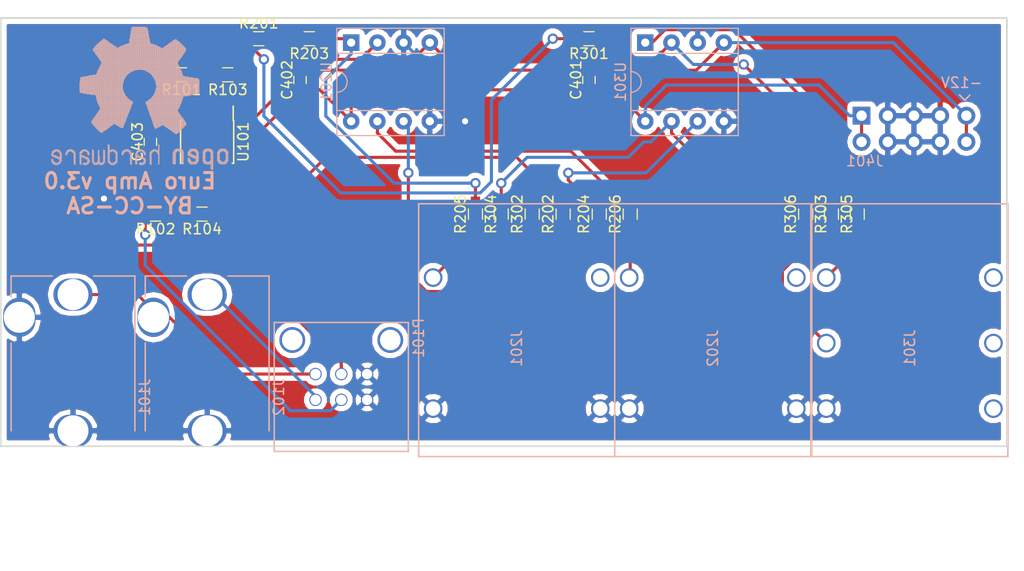
<source format=kicad_pcb>
(kicad_pcb (version 20171130) (host pcbnew "(5.1.12)-1")
  (title_block (title "Eurorack Headphones") (rev 2.0))
  (layers (0 F.Cu signal) (31 B.Cu signal) (34 B.Paste user hide) (35 F.Paste user hide) (36 B.SilkS user) (37 F.SilkS user) (38 B.Mask user) (39 F.Mask user) (44 Edge.Cuts user))
  (net 0 "")
  (net 1 +12V)
  (net 2 -12V)
  (net 3 GND)
  (net 4 "Net-(J101-Pad1)")
  (net 5 "Net-(J102-Pad1)")
  (net 6 "Net-(J301-Pad5)")
  (net 7 "Net-(J301-Pad4)")
  (net 8 "Net-(J301-Pad3)")
  (net 9 "Net-(J301-Pad6)")
  (net 10 "Net-(P101-Pad2)")
  (net 11 "Net-(P101-Pad5)")
  (net 12 "Net-(R101-Pad1)")
  (net 13 "Net-(R102-Pad1)")
  (net 14 /Left)
  (net 15 /Right)
  (net 16 "Net-(R201-Pad1)")
  (net 17 "Net-(R202-Pad1)")
  (net 18 "Net-(R203-Pad1)")
  (net 19 "Net-(R204-Pad1)")
  (net 20 "Net-(J201-Pad1)")
  (net 21 "Net-(J202-Pad1)")
  (net 22 "Net-(R301-Pad1)")
  (net 23 "Net-(R302-Pad1)")
  (net 24 "Net-(R303-Pad1)")
  (net 25 "Net-(R304-Pad1)")
  (net 26 "Net-(J201-Pad2)")
  (net 27 "Net-(J202-Pad2)")
  (net 28 "Net-(J301-Pad2)")
  (module Russell:Neutrick_NMJ4HFD2 (layer B.Cu) (at 192.6 75 270)
    (fp_text reference J301 (at 0.5 0 270) (layer B.SilkS) (effects (justify mirror)))
    (fp_text value JACK_TRS_6PINS hide)
    (pad 5 thru_hole circle (at -6.35 -8.1 270) (size 1.8 1.8) (drill 1.4) (layers *.Cu *.Mask) (net 6 "Net-(J301-Pad5)"))
    (pad 2 thru_hole circle (at -6.35 8.1 270) (size 1.8 1.8) (drill 1.4) (layers *.Cu *.Mask) (net 28 "Net-(J301-Pad2)"))
    (pad 4 thru_hole circle (at 6.35 -8.1 270) (size 1.8 1.8) (drill 1.4) (layers *.Cu *.Mask) (net 7 "Net-(J301-Pad4)"))
    (pad 1 thru_hole circle (at 6.35 8.1 270) (size 1.8 1.8) (drill 1.4) (layers *.Cu *.Mask) (net 3 GND))
    (pad 3 thru_hole circle (at 0 8.1 270) (size 1.8 1.8) (drill 1.4) (layers *.Cu *.Mask) (net 8 "Net-(J301-Pad3)"))
    (pad 6 thru_hole circle (at 0 -8.1 270) (size 1.8 1.8) (drill 1.4) (layers *.Cu *.Mask) (net 9 "Net-(J301-Pad6)"))
  )
  (module Capacitors_SMD:C_0603_HandSoldering (layer F.Cu) (at 161.5 49.5 90)
    (fp_text reference C401 (at 0 -1.25 90) (layer F.SilkS))
    (fp_text value 0.1uF)
    (pad 1 smd rect (at -0.95 0 90) (size 1.2 0.75) (layers F.Cu F.Paste F.Mask) (net 1 +12V))
    (pad 2 smd rect (at 0.95 0 90) (size 1.2 0.75) (layers F.Cu F.Paste F.Mask) (net 2 -12V))
  )
  (module Capacitors_SMD:C_0603_HandSoldering (layer F.Cu) (at 133.5 49.5 90)
    (fp_text reference C402 (at 0 -1.25 90) (layer F.SilkS))
    (fp_text value 0.1uF)
    (pad 1 smd rect (at -0.95 0 90) (size 1.2 0.75) (layers F.Cu F.Paste F.Mask) (net 1 +12V))
    (pad 2 smd rect (at 0.95 0 90) (size 1.2 0.75) (layers F.Cu F.Paste F.Mask) (net 2 -12V))
  )
  (module Capacitors_SMD:C_0603_HandSoldering (layer F.Cu) (at 119 55.5 90)
    (fp_text reference C403 (at 0 -1.25 90) (layer F.SilkS))
    (fp_text value 0.1uF)
    (pad 1 smd rect (at -0.95 0 90) (size 1.2 0.75) (layers F.Cu F.Paste F.Mask) (net 1 +12V))
    (pad 2 smd rect (at 0.95 0 90) (size 1.2 0.75) (layers F.Cu F.Paste F.Mask) (net 2 -12V))
  )
  (module Russell:Neutrick_NMJ4HHD2 (layer B.Cu) (at 154.5 75 270)
    (fp_text reference J201 (at 0.5 0 270) (layer B.SilkS) (effects (justify mirror)))
    (fp_text value JACK_2P hide)
    (pad 2 thru_hole circle (at -6.35 -8.1 270) (size 1.8 1.8) (drill 1.4) (layers *.Cu *.Mask) (net 26 "Net-(J201-Pad2)"))
    (pad 1 thru_hole circle (at -6.35 8.1 270) (size 1.8 1.8) (drill 1.4) (layers *.Cu *.Mask) (net 20 "Net-(J201-Pad1)"))
    (pad 3 thru_hole circle (at 6.35 -8.1 270) (size 1.8 1.8) (drill 1.4) (layers *.Cu *.Mask) (net 3 GND))
    (pad 3 thru_hole circle (at 6.35 8.1 270) (size 1.8 1.8) (drill 1.4) (layers *.Cu *.Mask) (net 3 GND))
  )
  (module Russell:Neutrick_NMJ4HHD2 (layer B.Cu) (at 173.5 75 270)
    (fp_text reference J202 (at 0.5 0 270) (layer B.SilkS) (effects (justify mirror)))
    (fp_text value JACK_2P hide)
    (pad 2 thru_hole circle (at -6.35 -8.1 270) (size 1.8 1.8) (drill 1.4) (layers *.Cu *.Mask) (net 27 "Net-(J202-Pad2)"))
    (pad 1 thru_hole circle (at -6.35 8.1 270) (size 1.8 1.8) (drill 1.4) (layers *.Cu *.Mask) (net 21 "Net-(J202-Pad1)"))
    (pad 3 thru_hole circle (at 6.35 -8.1 270) (size 1.8 1.8) (drill 1.4) (layers *.Cu *.Mask) (net 3 GND))
    (pad 3 thru_hole circle (at 6.35 8.1 270) (size 1.8 1.8) (drill 1.4) (layers *.Cu *.Mask) (net 3 GND))
  )
  (module eurorack:EurorackPower10 (layer B.Cu) (at 187.92 52.96)
    (fp_text reference J401 (at 0.3 4.4) (layer B.SilkS) (effects (justify mirror)))
    (fp_text value EurorackPower hide)
    (fp_text user -12V (at 9.7 -3.2) (layer B.SilkS) (effects (justify mirror)))
    (pad 1 thru_hole rect (at 0 0) (size 1.7272 1.7272) (drill 1.016) (layers *.Cu *.Mask) (net 1 +12V))
    (pad 1 thru_hole oval (at 0 2.54) (size 1.7272 1.7272) (drill 1.016) (layers *.Cu *.Mask) (net 1 +12V))
    (pad 2 thru_hole oval (at 2.54 0) (size 1.7272 1.7272) (drill 1.016) (layers *.Cu *.Mask) (net 3 GND))
    (pad 2 thru_hole oval (at 2.54 2.54) (size 1.7272 1.7272) (drill 1.016) (layers *.Cu *.Mask) (net 3 GND))
    (pad 2 thru_hole oval (at 5.08 0) (size 1.7272 1.7272) (drill 1.016) (layers *.Cu *.Mask) (net 3 GND))
    (pad 2 thru_hole oval (at 5.08 2.54) (size 1.7272 1.7272) (drill 1.016) (layers *.Cu *.Mask) (net 3 GND))
    (pad 2 thru_hole oval (at 7.62 0) (size 1.7272 1.7272) (drill 1.016) (layers *.Cu *.Mask) (net 3 GND))
    (pad 2 thru_hole oval (at 7.62 2.54) (size 1.7272 1.7272) (drill 1.016) (layers *.Cu *.Mask) (net 3 GND))
    (pad 3 thru_hole oval (at 10.16 0) (size 1.7272 1.7272) (drill 1.016) (layers *.Cu *.Mask) (net 2 -12V))
    (pad 3 thru_hole oval (at 10.16 2.54) (size 1.7272 1.7272) (drill 1.016) (layers *.Cu *.Mask) (net 2 -12V))
  )
  (module Russell:ALPS_RK09_Horizontal (layer B.Cu) (at 137.5 78 270)
    (fp_text reference P101 (at -3.5 -7.5 270) (layer B.SilkS) (effects (justify mirror)))
    (fp_text value "POT_Dual 50k")
    (pad "" thru_hole circle (at -3.3 4.75 270) (size 2.5 2.5) (drill 2) (layers *.Cu *.Mask))
    (pad "" thru_hole circle (at -3.3 -4.75 270) (size 2.5 2.5) (drill 2) (layers *.Cu *.Mask))
    (pad 2 thru_hole circle (at 0 0 270) (size 1.2 1.2) (drill 1) (layers *.Cu *.Mask) (net 10 "Net-(P101-Pad2)"))
    (pad 1 thru_hole circle (at 0 2.5 270) (size 1.2 1.2) (drill 1) (layers *.Cu *.Mask) (net 4 "Net-(J101-Pad1)"))
    (pad 4 thru_hole circle (at 2.5 2.5 270) (size 1.2 1.2) (drill 1) (layers *.Cu *.Mask) (net 5 "Net-(J102-Pad1)"))
    (pad 5 thru_hole circle (at 2.5 0 270) (size 1.2 1.2) (drill 1) (layers *.Cu *.Mask) (net 11 "Net-(P101-Pad5)"))
    (pad 6 thru_hole circle (at 2.5 -2.5 270) (size 1.2 1.2) (drill 1) (layers *.Cu *.Mask) (net 3 GND))
    (pad 3 thru_hole circle (at 0 -2.5 270) (size 1.2 1.2) (drill 1) (layers *.Cu *.Mask) (net 3 GND))
  )
  (module Resistors_SMD:R_0603_HandSoldering (layer F.Cu) (at 122 49 180)
    (fp_text reference R101 (at 0 -1.45 180) (layer F.SilkS))
    (fp_text value 200k)
    (pad 1 smd rect (at -1.1 0 180) (size 1.2 0.9) (layers F.Cu F.Paste F.Mask) (net 12 "Net-(R101-Pad1)"))
    (pad 2 smd rect (at 1.1 0 180) (size 1.2 0.9) (layers F.Cu F.Paste F.Mask) (net 10 "Net-(P101-Pad2)"))
  )
  (module Resistors_SMD:R_0603_HandSoldering (layer F.Cu) (at 119.5 62.5 180)
    (fp_text reference R102 (at 0 -1.45 180) (layer F.SilkS))
    (fp_text value 200k hide)
    (pad 1 smd rect (at -1.1 0 180) (size 1.2 0.9) (layers F.Cu F.Paste F.Mask) (net 13 "Net-(R102-Pad1)"))
    (pad 2 smd rect (at 1.1 0 180) (size 1.2 0.9) (layers F.Cu F.Paste F.Mask) (net 11 "Net-(P101-Pad5)"))
  )
  (module Resistors_SMD:R_0603_HandSoldering (layer F.Cu) (at 126.5 49 180)
    (fp_text reference R103 (at 0 -1.45 180) (layer F.SilkS))
    (fp_text value 100k)
    (pad 1 smd rect (at -1.1 0 180) (size 1.2 0.9) (layers F.Cu F.Paste F.Mask) (net 14 /Left))
    (pad 2 smd rect (at 1.1 0 180) (size 1.2 0.9) (layers F.Cu F.Paste F.Mask) (net 12 "Net-(R101-Pad1)"))
  )
  (module Resistors_SMD:R_0603_HandSoldering (layer F.Cu) (at 124 62.5 180)
    (fp_text reference R104 (at 0 -1.45 180) (layer F.SilkS))
    (fp_text value 100k)
    (pad 1 smd rect (at -1.1 0 180) (size 1.2 0.9) (layers F.Cu F.Paste F.Mask) (net 15 /Right))
    (pad 2 smd rect (at 1.1 0 180) (size 1.2 0.9) (layers F.Cu F.Paste F.Mask) (net 13 "Net-(R102-Pad1)"))
  )
  (module Resistors_SMD:R_0603_HandSoldering (layer F.Cu) (at 129.5 45.5 180)
    (fp_text reference R201 (at 0 1.5 180) (layer F.SilkS))
    (fp_text value 100k)
    (pad 1 smd rect (at -1.1 0 180) (size 1.2 0.9) (layers F.Cu F.Paste F.Mask) (net 16 "Net-(R201-Pad1)"))
    (pad 2 smd rect (at 1.1 0 180) (size 1.2 0.9) (layers F.Cu F.Paste F.Mask) (net 14 /Left))
  )
  (module Resistors_SMD:R_0603_HandSoldering (layer F.Cu) (at 159 62.5 90)
    (fp_text reference R202 (at 0 -1.45 90) (layer F.SilkS))
    (fp_text value 100k)
    (pad 1 smd rect (at -1.1 0 90) (size 1.2 0.9) (layers F.Cu F.Paste F.Mask) (net 17 "Net-(R202-Pad1)"))
    (pad 2 smd rect (at 1.1 0 90) (size 1.2 0.9) (layers F.Cu F.Paste F.Mask) (net 15 /Right))
  )
  (module Resistors_SMD:R_0603_HandSoldering (layer F.Cu) (at 134.4 45.5 180)
    (fp_text reference R203 (at 0 -1.45 180) (layer F.SilkS))
    (fp_text value 100k)
    (pad 1 smd rect (at -1.1 0 180) (size 1.2 0.9) (layers F.Cu F.Paste F.Mask) (net 18 "Net-(R203-Pad1)"))
    (pad 2 smd rect (at 1.1 0 180) (size 1.2 0.9) (layers F.Cu F.Paste F.Mask) (net 16 "Net-(R201-Pad1)"))
  )
  (module Resistors_SMD:R_0603_HandSoldering (layer F.Cu) (at 162.5 62.5 270)
    (fp_text reference R204 (at 0 1.5 270) (layer F.SilkS))
    (fp_text value 100k)
    (pad 1 smd rect (at -1.1 0 270) (size 1.2 0.9) (layers F.Cu F.Paste F.Mask) (net 19 "Net-(R204-Pad1)"))
    (pad 2 smd rect (at 1.1 0 270) (size 1.2 0.9) (layers F.Cu F.Paste F.Mask) (net 17 "Net-(R202-Pad1)"))
  )
  (module Resistors_SMD:R_0603_HandSoldering (layer F.Cu) (at 150.5 62.5 90)
    (fp_text reference R205 (at 0 -1.45 90) (layer F.SilkS))
    (fp_text value 1k)
    (pad 1 smd rect (at -1.1 0 90) (size 1.2 0.9) (layers F.Cu F.Paste F.Mask) (net 20 "Net-(J201-Pad1)"))
    (pad 2 smd rect (at 1.1 0 90) (size 1.2 0.9) (layers F.Cu F.Paste F.Mask) (net 18 "Net-(R203-Pad1)"))
  )
  (module Resistors_SMD:R_0603_HandSoldering (layer F.Cu) (at 165.5 62.5 90)
    (fp_text reference R206 (at 0 -1.45 90) (layer F.SilkS))
    (fp_text value 1k)
    (pad 1 smd rect (at -1.1 0 90) (size 1.2 0.9) (layers F.Cu F.Paste F.Mask) (net 21 "Net-(J202-Pad1)"))
    (pad 2 smd rect (at 1.1 0 90) (size 1.2 0.9) (layers F.Cu F.Paste F.Mask) (net 19 "Net-(R204-Pad1)"))
  )
  (module Resistors_SMD:R_0603_HandSoldering (layer F.Cu) (at 161.5 45.5 180)
    (fp_text reference R301 (at 0 -1.45 180) (layer F.SilkS))
    (fp_text value 200k)
    (pad 1 smd rect (at -1.1 0 180) (size 1.2 0.9) (layers F.Cu F.Paste F.Mask) (net 22 "Net-(R301-Pad1)"))
    (pad 2 smd rect (at 1.1 0 180) (size 1.2 0.9) (layers F.Cu F.Paste F.Mask) (net 14 /Left))
  )
  (module Resistors_SMD:R_0603_HandSoldering (layer F.Cu) (at 156 62.5 90)
    (fp_text reference R302 (at 0 -1.45 90) (layer F.SilkS))
    (fp_text value 200k)
    (pad 1 smd rect (at -1.1 0 90) (size 1.2 0.9) (layers F.Cu F.Paste F.Mask) (net 23 "Net-(R302-Pad1)"))
    (pad 2 smd rect (at 1.1 0 90) (size 1.2 0.9) (layers F.Cu F.Paste F.Mask) (net 15 /Right))
  )
  (module Resistors_SMD:R_0603_HandSoldering (layer F.Cu) (at 185 62.5 270)
    (fp_text reference R303 (at 0 1 270) (layer F.SilkS))
    (fp_text value 100k)
    (pad 1 smd rect (at -1.1 0 270) (size 1.2 0.9) (layers F.Cu F.Paste F.Mask) (net 24 "Net-(R303-Pad1)"))
    (pad 2 smd rect (at 1.1 0 270) (size 1.2 0.9) (layers F.Cu F.Paste F.Mask) (net 22 "Net-(R301-Pad1)"))
  )
  (module Resistors_SMD:R_0603_HandSoldering (layer F.Cu) (at 153 62.5 270)
    (fp_text reference R304 (at 0 1 270) (layer F.SilkS))
    (fp_text value 100k)
    (pad 1 smd rect (at -1.1 0 270) (size 1.2 0.9) (layers F.Cu F.Paste F.Mask) (net 25 "Net-(R304-Pad1)"))
    (pad 2 smd rect (at 1.1 0 270) (size 1.2 0.9) (layers F.Cu F.Paste F.Mask) (net 23 "Net-(R302-Pad1)"))
  )
  (module Resistors_SMD:R_0603_HandSoldering (layer F.Cu) (at 187.5 62.5 90)
    (fp_text reference R305 (at 0 -1 90) (layer F.SilkS))
    (fp_text value 100)
    (pad 1 smd rect (at -1.1 0 90) (size 1.2 0.9) (layers F.Cu F.Paste F.Mask) (net 28 "Net-(J301-Pad2)"))
    (pad 2 smd rect (at 1.1 0 90) (size 1.2 0.9) (layers F.Cu F.Paste F.Mask) (net 24 "Net-(R303-Pad1)"))
  )
  (module Resistors_SMD:R_0603_HandSoldering (layer F.Cu) (at 182.5 62.5 90)
    (fp_text reference R306 (at 0 -1.45 90) (layer F.SilkS))
    (fp_text value 100)
    (pad 1 smd rect (at -1.1 0 90) (size 1.2 0.9) (layers F.Cu F.Paste F.Mask) (net 8 "Net-(J301-Pad3)"))
    (pad 2 smd rect (at 1.1 0 90) (size 1.2 0.9) (layers F.Cu F.Paste F.Mask) (net 25 "Net-(R304-Pad1)"))
  )
  (module Housings_DIP:DIP-8_W7.62mm_Socket (layer B.Cu) (at 138.46 45.88 270)
    (fp_text reference U201 (at 3.81 2.39 270) (layer B.SilkS) (effects (justify mirror)))
    (fp_text value TL072)
    (pad 1 thru_hole rect (at 0 0 270) (size 1.6 1.6) (drill 0.8) (layers *.Cu *.Mask) (net 18 "Net-(R203-Pad1)"))
    (pad 5 thru_hole oval (at 7.62 -7.62 270) (size 1.6 1.6) (drill 0.8) (layers *.Cu *.Mask) (net 3 GND))
    (pad 2 thru_hole oval (at 0 -2.54 270) (size 1.6 1.6) (drill 0.8) (layers *.Cu *.Mask) (net 16 "Net-(R201-Pad1)"))
    (pad 6 thru_hole oval (at 7.62 -5.08 270) (size 1.6 1.6) (drill 0.8) (layers *.Cu *.Mask) (net 17 "Net-(R202-Pad1)"))
    (pad 3 thru_hole oval (at 0 -5.08 270) (size 1.6 1.6) (drill 0.8) (layers *.Cu *.Mask) (net 3 GND))
    (pad 7 thru_hole oval (at 7.62 -2.54 270) (size 1.6 1.6) (drill 0.8) (layers *.Cu *.Mask) (net 19 "Net-(R204-Pad1)"))
    (pad 4 thru_hole oval (at 0 -7.62 270) (size 1.6 1.6) (drill 0.8) (layers *.Cu *.Mask) (net 2 -12V))
    (pad 8 thru_hole oval (at 7.62 0 270) (size 1.6 1.6) (drill 0.8) (layers *.Cu *.Mask) (net 1 +12V))
  )
  (module Housings_DIP:DIP-8_W7.62mm_Socket (layer B.Cu) (at 166.96 45.88 270)
    (fp_text reference U301 (at 3.81 2.39 270) (layer B.SilkS) (effects (justify mirror)))
    (fp_text value TL072)
    (pad 1 thru_hole rect (at 0 0 270) (size 1.6 1.6) (drill 0.8) (layers *.Cu *.Mask) (net 24 "Net-(R303-Pad1)"))
    (pad 5 thru_hole oval (at 7.62 -7.62 270) (size 1.6 1.6) (drill 0.8) (layers *.Cu *.Mask) (net 3 GND))
    (pad 2 thru_hole oval (at 0 -2.54 270) (size 1.6 1.6) (drill 0.8) (layers *.Cu *.Mask) (net 22 "Net-(R301-Pad1)"))
    (pad 6 thru_hole oval (at 7.62 -5.08 270) (size 1.6 1.6) (drill 0.8) (layers *.Cu *.Mask) (net 23 "Net-(R302-Pad1)"))
    (pad 3 thru_hole oval (at 0 -5.08 270) (size 1.6 1.6) (drill 0.8) (layers *.Cu *.Mask) (net 3 GND))
    (pad 7 thru_hole oval (at 7.62 -2.54 270) (size 1.6 1.6) (drill 0.8) (layers *.Cu *.Mask) (net 25 "Net-(R304-Pad1)"))
    (pad 4 thru_hole oval (at 0 -7.62 270) (size 1.6 1.6) (drill 0.8) (layers *.Cu *.Mask) (net 2 -12V))
    (pad 8 thru_hole oval (at 7.62 0 270) (size 1.6 1.6) (drill 0.8) (layers *.Cu *.Mask) (net 1 +12V))
  )
  (module Housings_SOIC:SOIC-8_3.9x4.9mm_Pitch1.27mm (layer F.Cu) (at 124.5 55.5 270)
    (fp_text reference U101 (at 0 -3.5 270) (layer F.SilkS))
    (fp_text value TL072)
    (pad 1 smd rect (at -2.7 -1.905 270) (size 1.55 0.6) (layers F.Cu F.Paste F.Mask) (net 14 /Left))
    (pad 2 smd rect (at -2.7 -0.635 270) (size 1.55 0.6) (layers F.Cu F.Paste F.Mask) (net 12 "Net-(R101-Pad1)"))
    (pad 3 smd rect (at -2.7 0.635 270) (size 1.55 0.6) (layers F.Cu F.Paste F.Mask) (net 3 GND))
    (pad 4 smd rect (at -2.7 1.905 270) (size 1.55 0.6) (layers F.Cu F.Paste F.Mask) (net 2 -12V))
    (pad 5 smd rect (at 2.7 1.905 270) (size 1.55 0.6) (layers F.Cu F.Paste F.Mask) (net 3 GND))
    (pad 6 smd rect (at 2.7 0.635 270) (size 1.55 0.6) (layers F.Cu F.Paste F.Mask) (net 13 "Net-(R102-Pad1)"))
    (pad 7 smd rect (at 2.7 -0.635 270) (size 1.55 0.6) (layers F.Cu F.Paste F.Mask) (net 15 /Right))
    (pad 8 smd rect (at 2.7 -1.905 270) (size 1.55 0.6) (layers F.Cu F.Paste F.Mask) (net 1 +12V))
  )
  (module eurorack:Jack.PJ302M (layer B.Cu) (at 111.5 83.5 270)
    (fp_text reference J101 (at -3.25 -6.95 270) (layer B.SilkS) (effects (justify mirror)))
    (fp_text value JACK_2P hide)
    (pad 3 thru_hole oval (at 0 0 270) (size 3.1 3.8) (drill 3) (layers *.Cu *.Mask) (net 3 GND))
    (pad 1 thru_hole oval (at -13.2 0 270) (size 3.1 3.8) (drill 3) (layers *.Cu *.Mask) (net 4 "Net-(J101-Pad1)"))
    (pad 2 thru_hole oval (at -11 5.2 270) (size 3.8 3.1) (drill 3) (layers *.Cu *.Mask) (net 3 GND))
  )
  (module eurorack:Jack.PJ302M (layer B.Cu) (at 124.5 83.5 270)
    (fp_text reference J102 (at -3.25 -6.95 270) (layer B.SilkS) (effects (justify mirror)))
    (fp_text value JACK_2P hide)
    (pad 3 thru_hole oval (at 0 0 270) (size 3.1 3.8) (drill 3) (layers *.Cu *.Mask) (net 3 GND))
    (pad 1 thru_hole oval (at -13.2 0 270) (size 3.1 3.8) (drill 3) (layers *.Cu *.Mask) (net 5 "Net-(J102-Pad1)"))
    (pad 2 thru_hole oval (at -11 5.2 270) (size 3.8 3.1) (drill 3) (layers *.Cu *.Mask) (net 4 "Net-(J101-Pad1)"))
  )
  (module OPENHARDWARE:OSHWLOGO0.75IN (layer B.Cu) (at 127.5 42 180)
    (fp_text reference G*** hide)
    (fp_text value LOGO hide)
  )
  (gr_text "Euro Amp v3.0\nBY-CC-SA" (at 117 60.5) (layer B.SilkS) (effects (font (size 1.5 1.5) (thickness 0.3)) (justify mirror)))
  (gr_line (start 104.5 85) (end 202 85) (layer Edge.Cuts) (width 0.15))
  (gr_line (start 104.5 43.5) (end 104.5 85) (layer Edge.Cuts) (width 0.15))
  (gr_line (start 202 43.5) (end 104.5 43.5) (layer Edge.Cuts) (width 0.15))
  (gr_line (start 202 85) (end 202 43.5) (layer Edge.Cuts) (width 0.15))
  (segment (start 138.46 50.54) (end 138.55 50.45) (width 0.3) (layer F.Cu) (net 1))
  (segment (start 138.55 50.45) (end 161.5 50.45) (width 0.3) (layer F.Cu) (net 1))
  (segment (start 138.46 53.5) (end 138.46 50.54) (width 0.3) (layer F.Cu) (net 1))
  (segment (start 169 50) (end 183.7964 50) (width 0.3) (layer B.Cu) (net 1))
  (segment (start 183.7964 50) (end 186.7564 52.96) (width 0.3) (layer B.Cu) (net 1))
  (segment (start 186.7564 52.96) (end 187.92 52.96) (width 0.3) (layer B.Cu) (net 1))
  (segment (start 167 52) (end 169 50) (width 0.3) (layer B.Cu) (net 1))
  (segment (start 167 52.32863) (end 167 52) (width 0.3) (layer B.Cu) (net 1))
  (segment (start 166.96 53.5) (end 166.96 52.36863) (width 0.3) (layer B.Cu) (net 1))
  (segment (start 166.96 52.36863) (end 167 52.32863) (width 0.3) (layer B.Cu) (net 1))
  (segment (start 187.92 52.96) (end 187.92 55.5) (width 0.3) (layer F.Cu) (net 1))
  (segment (start 161.5 50.45) (end 163.91 50.45) (width 0.3) (layer F.Cu) (net 1))
  (segment (start 163.91 50.45) (end 166.96 53.5) (width 0.3) (layer F.Cu) (net 1))
  (segment (start 133.5 50.45) (end 135.41 50.45) (width 0.3) (layer F.Cu) (net 1))
  (segment (start 135.41 50.45) (end 138.46 53.5) (width 0.3) (layer F.Cu) (net 1))
  (segment (start 126.405 58.2) (end 126.405 57.725) (width 0.3) (layer F.Cu) (net 1))
  (segment (start 133.5 50.63) (end 133.5 50.45) (width 0.3) (layer F.Cu) (net 1))
  (segment (start 126.405 57.725) (end 133.5 50.63) (width 0.3) (layer F.Cu) (net 1))
  (segment (start 119 56.45) (end 125.13 56.45) (width 0.3) (layer F.Cu) (net 1))
  (segment (start 125.13 56.45) (end 126.405 57.725) (width 0.3) (layer F.Cu) (net 1))
  (segment (start 122.595 53.875) (end 122.595 54.997599) (width 0.3) (layer F.Cu) (net 2))
  (segment (start 122.595 54.997599) (end 122.597401 55) (width 0.3) (layer F.Cu) (net 2))
  (segment (start 128 55) (end 128 54.275) (width 0.3) (layer F.Cu) (net 2))
  (segment (start 122.597401 55) (end 128 55) (width 0.3) (layer F.Cu) (net 2))
  (segment (start 128 54.275) (end 133.5 48.775) (width 0.3) (layer F.Cu) (net 2))
  (segment (start 133.5 48.775) (end 133.5 48.55) (width 0.3) (layer F.Cu) (net 2))
  (segment (start 148.7 48.5) (end 154 48.5) (width 0.3) (layer F.Cu) (net 2))
  (segment (start 154 48.5) (end 154.05 48.55) (width 0.3) (layer F.Cu) (net 2))
  (segment (start 146.08 45.88) (end 148.7 48.5) (width 0.3) (layer F.Cu) (net 2))
  (segment (start 132.825 48.55) (end 133.5 48.55) (width 0.3) (layer F.Cu) (net 2))
  (segment (start 198.08 52.96) (end 198.08 55.5) (width 0.3) (layer F.Cu) (net 2))
  (segment (start 174.58 45.88) (end 191 45.88) (width 0.3) (layer B.Cu) (net 2))
  (segment (start 191 45.88) (end 198.08 52.96) (width 0.3) (layer B.Cu) (net 2))
  (segment (start 161.5 48.55) (end 171.91 48.55) (width 0.3) (layer F.Cu) (net 2))
  (segment (start 171.91 48.55) (end 174.58 45.88) (width 0.3) (layer F.Cu) (net 2))
  (segment (start 154.05 48.55) (end 161.5 48.55) (width 0.3) (layer F.Cu) (net 2))
  (segment (start 133.5 48.55) (end 143.41 48.55) (width 0.3) (layer F.Cu) (net 2))
  (segment (start 143.41 48.55) (end 146.08 45.88) (width 0.3) (layer F.Cu) (net 2))
  (segment (start 122.595 52.8) (end 122.595 53.875) (width 0.3) (layer F.Cu) (net 2))
  (segment (start 122.595 53.875) (end 122.597401 53.877401) (width 0.3) (layer F.Cu) (net 2))
  (segment (start 122.595 52.8) (end 122.595 52.325) (width 0.3) (layer F.Cu) (net 2))
  (segment (start 119 54.55) (end 121.32 54.55) (width 0.3) (layer F.Cu) (net 2))
  (segment (start 121.32 54.55) (end 122.595 53.275) (width 0.3) (layer F.Cu) (net 2))
  (segment (start 122.595 53.275) (end 122.595 52.8) (width 0.3) (layer F.Cu) (net 2))
  (segment (start 114.5 61) (end 106.3 69.2) (width 0.3) (layer B.Cu) (net 3))
  (segment (start 106.3 69.2) (end 106.3 72.5) (width 0.3) (layer B.Cu) (net 3))
  (segment (start 123.865 52.8) (end 123.865 52.325) (width 0.3) (layer F.Cu) (net 3))
  (segment (start 123.865 52.325) (end 123.114999 51.574999) (width 0.3) (layer F.Cu) (net 3))
  (segment (start 123.114999 51.574999) (end 120.189999 51.574999) (width 0.3) (layer F.Cu) (net 3))
  (segment (start 120.189999 51.574999) (end 114.5 57.264998) (width 0.3) (layer F.Cu) (net 3))
  (segment (start 114.5 57.264998) (end 114.5 61) (width 0.3) (layer F.Cu) (net 3))
  (via (at 114.5 61) (size 1) (drill 0.6) (layers F.Cu B.Cu) (net 3))
  (segment (start 149.5 53.5) (end 149.5 51.84) (width 0.3) (layer B.Cu) (net 3))
  (segment (start 149.5 51.84) (end 143.54 45.88) (width 0.3) (layer B.Cu) (net 3))
  (segment (start 146.08 53.5) (end 149.5 53.5) (width 0.3) (layer F.Cu) (net 3))
  (via (at 149.5 53.5) (size 1) (drill 0.6) (layers F.Cu B.Cu) (net 3))
  (segment (start 119.3 72.5) (end 120.85 72.5) (width 0.3) (layer F.Cu) (net 4))
  (segment (start 120.85 72.5) (end 126.35 78) (width 0.3) (layer F.Cu) (net 4))
  (segment (start 126.35 78) (end 134.151472 78) (width 0.3) (layer F.Cu) (net 4))
  (segment (start 134.151472 78) (end 135 78) (width 0.3) (layer F.Cu) (net 4))
  (segment (start 111.5 70.3) (end 117.75 70.3) (width 0.3) (layer F.Cu) (net 4))
  (segment (start 117.75 70.3) (end 119.3 71.85) (width 0.3) (layer F.Cu) (net 4))
  (segment (start 119.3 71.85) (end 119.3 72.5) (width 0.3) (layer F.Cu) (net 4))
  (segment (start 124.5 70.3) (end 125.15 70.3) (width 0.3) (layer B.Cu) (net 5))
  (segment (start 125.15 70.3) (end 135 80.15) (width 0.3) (layer B.Cu) (net 5))
  (segment (start 135 80.15) (end 135 80.5) (width 0.3) (layer B.Cu) (net 5))
  (segment (start 183.297599 65.297599) (end 182.954399 65.297599) (width 0.3) (layer F.Cu) (net 8))
  (segment (start 180.249999 68.001999) (end 180.249999 70.749999) (width 0.3) (layer F.Cu) (net 8))
  (segment (start 182.954399 65.297599) (end 180.249999 68.001999) (width 0.3) (layer F.Cu) (net 8))
  (segment (start 180.249999 70.749999) (end 183.600001 74.100001) (width 0.3) (layer F.Cu) (net 8))
  (segment (start 183.600001 74.100001) (end 184.5 75) (width 0.3) (layer F.Cu) (net 8))
  (segment (start 184.5 75) (end 183.297599 73.797599) (width 0.3) (layer F.Cu) (net 8))
  (segment (start 182.5 64.5) (end 182.5 63.6) (width 0.3) (layer F.Cu) (net 8))
  (segment (start 183.297599 65.297599) (end 182.5 64.5) (width 0.3) (layer F.Cu) (net 8))
  (segment (start 120.9 49) (end 112.5 49) (width 0.3) (layer F.Cu) (net 10))
  (segment (start 112.5 49) (end 108 53.5) (width 0.3) (layer F.Cu) (net 10))
  (segment (start 108 53.5) (end 108 61.5) (width 0.3) (layer F.Cu) (net 10))
  (segment (start 125.868403 65.302401) (end 137.5 76.933998) (width 0.3) (layer F.Cu) (net 10))
  (segment (start 108 61.5) (end 112 65.5) (width 0.3) (layer F.Cu) (net 10))
  (segment (start 112 65.5) (end 125.670804 65.5) (width 0.3) (layer F.Cu) (net 10))
  (segment (start 125.670804 65.5) (end 125.868403 65.302401) (width 0.3) (layer F.Cu) (net 10))
  (segment (start 137.5 76.933998) (end 137.5 78) (width 0.3) (layer F.Cu) (net 10))
  (segment (start 137.5 78) (end 137.5 77.151472) (width 0.3) (layer F.Cu) (net 10))
  (segment (start 137.5 80.5) (end 136.449999 81.550001) (width 0.3) (layer B.Cu) (net 11))
  (segment (start 136.449999 81.550001) (end 132.57156 81.550001) (width 0.3) (layer B.Cu) (net 11))
  (segment (start 132.57156 81.550001) (end 118.5 67.478441) (width 0.3) (layer B.Cu) (net 11))
  (segment (start 118.5 67.478441) (end 118.5 67.145439) (width 0.3) (layer B.Cu) (net 11))
  (segment (start 118.5 67.145439) (end 118.5 64.5) (width 0.3) (layer B.Cu) (net 11))
  (segment (start 118.5 64.5) (end 118.5 62.6) (width 0.3) (layer F.Cu) (net 11))
  (segment (start 118.5 62.6) (end 118.4 62.5) (width 0.3) (layer F.Cu) (net 11))
  (via (at 118.5 64.5) (size 1) (drill 0.6) (layers F.Cu B.Cu) (net 11))
  (segment (start 125.4 49) (end 125.4 52.535) (width 0.3) (layer F.Cu) (net 12))
  (segment (start 125.4 52.535) (end 125.135 52.8) (width 0.3) (layer F.Cu) (net 12))
  (segment (start 123.1 49) (end 125.4 49) (width 0.3) (layer F.Cu) (net 12))
  (segment (start 122.9 62.5) (end 122.9 61.75) (width 0.3) (layer F.Cu) (net 13))
  (segment (start 122.9 61.75) (end 123.865 60.785) (width 0.3) (layer F.Cu) (net 13))
  (segment (start 123.865 60.785) (end 123.865 59.275) (width 0.3) (layer F.Cu) (net 13))
  (segment (start 123.865 59.275) (end 123.865 58.2) (width 0.3) (layer F.Cu) (net 13))
  (segment (start 120.6 62.5) (end 122.9 62.5) (width 0.3) (layer F.Cu) (net 13))
  (segment (start 158 45.5) (end 160.4 45.5) (width 0.3) (layer F.Cu) (net 14))
  (segment (start 152.049999 51.450001) (end 158 45.5) (width 0.3) (layer B.Cu) (net 14))
  (via (at 158 45.5) (size 1) (drill 0.6) (layers F.Cu B.Cu) (net 14))
  (segment (start 130 47.5) (end 130 53) (width 0.3) (layer B.Cu) (net 14))
  (segment (start 130 53) (end 137.450001 60.450001) (width 0.3) (layer B.Cu) (net 14))
  (segment (start 137.450001 60.450001) (end 150.956001 60.450001) (width 0.3) (layer B.Cu) (net 14))
  (segment (start 150.956001 60.450001) (end 152.049999 59.356003) (width 0.3) (layer B.Cu) (net 14))
  (segment (start 152.049999 59.356003) (end 152.049999 51.450001) (width 0.3) (layer B.Cu) (net 14))
  (segment (start 128.4 45.5) (end 128.4 45.9) (width 0.3) (layer F.Cu) (net 14))
  (segment (start 128.4 45.9) (end 130 47.5) (width 0.3) (layer F.Cu) (net 14))
  (via (at 130 47.5) (size 1) (drill 0.6) (layers F.Cu B.Cu) (net 14))
  (segment (start 128.55 45.5) (end 128.4 45.5) (width 0.3) (layer F.Cu) (net 14))
  (segment (start 127.6 49) (end 127.6 46.3) (width 0.3) (layer F.Cu) (net 14))
  (segment (start 127.6 46.3) (end 128.4 45.5) (width 0.3) (layer F.Cu) (net 14))
  (segment (start 126.405 52.8) (end 126.405 50.045) (width 0.3) (layer F.Cu) (net 14))
  (segment (start 126.405 50.045) (end 127.45 49) (width 0.3) (layer F.Cu) (net 14))
  (segment (start 127.45 49) (end 127.6 49) (width 0.3) (layer F.Cu) (net 14))
  (segment (start 125.1 62.5) (end 130.5 62.5) (width 0.3) (layer F.Cu) (net 15))
  (segment (start 130.5 62.5) (end 136 57) (width 0.3) (layer F.Cu) (net 15))
  (segment (start 154.5 57) (end 156 58.5) (width 0.3) (layer F.Cu) (net 15))
  (segment (start 136 57) (end 154.5 57) (width 0.3) (layer F.Cu) (net 15))
  (segment (start 156 58.5) (end 156 61.4) (width 0.3) (layer F.Cu) (net 15))
  (segment (start 156 61.4) (end 156.75 61.4) (width 0.3) (layer F.Cu) (net 15))
  (segment (start 156.75 61.4) (end 159 61.4) (width 0.3) (layer F.Cu) (net 15))
  (segment (start 125.1 62.5) (end 125.1 58.235) (width 0.3) (layer F.Cu) (net 15))
  (segment (start 125.1 58.235) (end 125.135 58.2) (width 0.3) (layer F.Cu) (net 15))
  (segment (start 134.032401 47.5) (end 134.032401 46.982401) (width 0.3) (layer F.Cu) (net 16))
  (segment (start 141 45.88) (end 139.897599 46.982401) (width 0.3) (layer F.Cu) (net 16))
  (segment (start 139.897599 46.982401) (end 139.897599 47.5) (width 0.3) (layer F.Cu) (net 16))
  (segment (start 139.897599 47.5) (end 134.032401 47.5) (width 0.3) (layer F.Cu) (net 16))
  (segment (start 133.3 45.5) (end 133.3 46.25) (width 0.3) (layer F.Cu) (net 16))
  (segment (start 133.3 46.25) (end 134.032401 46.982401) (width 0.3) (layer F.Cu) (net 16))
  (segment (start 130.6 45.5) (end 133.3 45.5) (width 0.3) (layer F.Cu) (net 16))
  (segment (start 158.25 63.6) (end 152.35 69.5) (width 0.3) (layer F.Cu) (net 17))
  (segment (start 152.35 69.5) (end 151.997599 69.852401) (width 0.3) (layer F.Cu) (net 17))
  (segment (start 144 58.5) (end 144 68.248002) (width 0.3) (layer F.Cu) (net 17))
  (segment (start 144 68.248002) (end 145.751999 70.000001) (width 0.3) (layer F.Cu) (net 17))
  (segment (start 145.751999 70.000001) (end 151.849999 70.000001) (width 0.3) (layer F.Cu) (net 17))
  (segment (start 151.849999 70.000001) (end 152.35 69.5) (width 0.3) (layer F.Cu) (net 17))
  (segment (start 144 58.5) (end 144 53.96) (width 0.3) (layer B.Cu) (net 17))
  (segment (start 144 53.96) (end 143.54 53.5) (width 0.3) (layer B.Cu) (net 17))
  (segment (start 159 63.6) (end 158.25 63.6) (width 0.3) (layer F.Cu) (net 17))
  (via (at 144 58.5) (size 1) (drill 0.6) (layers F.Cu B.Cu) (net 17))
  (segment (start 159 63.6) (end 162.5 63.6) (width 0.3) (layer F.Cu) (net 17))
  (segment (start 138.46 45.88) (end 138.46 46.98) (width 0.3) (layer B.Cu) (net 18))
  (segment (start 137 54) (end 137.109998 54) (width 0.3) (layer B.Cu) (net 18))
  (segment (start 138.46 46.98) (end 136 49.44) (width 0.3) (layer B.Cu) (net 18))
  (segment (start 136 49.44) (end 136 53) (width 0.3) (layer B.Cu) (net 18))
  (segment (start 142.609998 59.5) (end 149.792894 59.5) (width 0.3) (layer B.Cu) (net 18))
  (segment (start 136 53) (end 137 54) (width 0.3) (layer B.Cu) (net 18))
  (segment (start 137.109998 54) (end 142.609998 59.5) (width 0.3) (layer B.Cu) (net 18))
  (segment (start 149.792894 59.5) (end 150.5 59.5) (width 0.3) (layer B.Cu) (net 18))
  (segment (start 150.5 59.5) (end 150.5 61.4) (width 0.3) (layer F.Cu) (net 18))
  (via (at 150.5 59.5) (size 1) (drill 0.6) (layers F.Cu B.Cu) (net 18))
  (segment (start 135.5 45.5) (end 138.08 45.5) (width 0.3) (layer F.Cu) (net 18))
  (segment (start 138.08 45.5) (end 138.46 45.88) (width 0.3) (layer F.Cu) (net 18))
  (segment (start 141 53.5) (end 141 54.63137) (width 0.3) (layer F.Cu) (net 19))
  (segment (start 141 54.63137) (end 142.76862 56.39999) (width 0.3) (layer F.Cu) (net 19))
  (segment (start 142.76862 56.39999) (end 159.74999 56.39999) (width 0.3) (layer F.Cu) (net 19))
  (segment (start 159.74999 56.39999) (end 164.75 61.4) (width 0.3) (layer F.Cu) (net 19))
  (segment (start 164.75 61.4) (end 165.5 61.4) (width 0.3) (layer F.Cu) (net 19))
  (segment (start 162.5 61.4) (end 165.5 61.4) (width 0.3) (layer F.Cu) (net 19))
  (segment (start 146.4 68.65) (end 150.5 64.55) (width 0.3) (layer F.Cu) (net 20))
  (segment (start 150.5 64.55) (end 150.5 63.6) (width 0.3) (layer F.Cu) (net 20))
  (segment (start 165.5 63.6) (end 165.5 68.55) (width 0.3) (layer F.Cu) (net 21))
  (segment (start 165.5 68.55) (end 165.4 68.65) (width 0.3) (layer F.Cu) (net 21))
  (segment (start 176.5 48) (end 171.62 48) (width 0.3) (layer B.Cu) (net 22))
  (segment (start 171.62 48) (end 169.5 45.88) (width 0.3) (layer B.Cu) (net 22))
  (segment (start 185 63.6) (end 185 63.45) (width 0.3) (layer F.Cu) (net 22))
  (segment (start 185 63.45) (end 184.099999 62.549999) (width 0.3) (layer F.Cu) (net 22))
  (segment (start 184.099999 62.549999) (end 184.099999 55.599999) (width 0.3) (layer F.Cu) (net 22))
  (segment (start 184.099999 55.599999) (end 176.5 48) (width 0.3) (layer F.Cu) (net 22))
  (via (at 176.5 48) (size 1) (drill 0.6) (layers F.Cu B.Cu) (net 22))
  (segment (start 162.6 45.5) (end 163.5 45.5) (width 0.3) (layer F.Cu) (net 22))
  (segment (start 163.5 45.5) (end 165.5 47.5) (width 0.3) (layer F.Cu) (net 22))
  (segment (start 165.5 47.5) (end 167.88 47.5) (width 0.3) (layer F.Cu) (net 22))
  (segment (start 167.88 47.5) (end 169.5 45.88) (width 0.3) (layer F.Cu) (net 22))
  (segment (start 156.9 63.6) (end 158.049999 62.450001) (width 0.3) (layer F.Cu) (net 23))
  (segment (start 158.049999 62.450001) (end 159.810001 62.450001) (width 0.3) (layer F.Cu) (net 23))
  (segment (start 159.810001 62.450001) (end 159.900001 62.360001) (width 0.3) (layer F.Cu) (net 23))
  (segment (start 159.900001 62.360001) (end 159.900001 59.607107) (width 0.3) (layer F.Cu) (net 23))
  (segment (start 159.900001 59.607107) (end 159.5 59.207106) (width 0.3) (layer F.Cu) (net 23))
  (segment (start 159.5 59.207106) (end 159.5 58.5) (width 0.3) (layer F.Cu) (net 23))
  (segment (start 156.5 63.6) (end 156.75 63.6) (width 0.3) (layer F.Cu) (net 23))
  (segment (start 156 63.6) (end 156.5 63.6) (width 0.3) (layer F.Cu) (net 23))
  (segment (start 156.5 63.6) (end 156.9 63.6) (width 0.3) (layer F.Cu) (net 23))
  (segment (start 159.5 58.5) (end 167.04 58.5) (width 0.3) (layer B.Cu) (net 23))
  (segment (start 167.04 58.5) (end 172.04 53.5) (width 0.3) (layer B.Cu) (net 23))
  (segment (start 159.752401 58.752401) (end 159.5 58.5) (width 0.3) (layer F.Cu) (net 23))
  (via (at 159.5 58.5) (size 1) (drill 0.6) (layers F.Cu B.Cu) (net 23))
  (segment (start 153 63.6) (end 156 63.6) (width 0.3) (layer F.Cu) (net 23))
  (segment (start 168.872408 44.627592) (end 168.874815 44.629999) (width 0.3) (layer F.Cu) (net 24))
  (segment (start 168.874815 44.629999) (end 175.569801 44.629999) (width 0.3) (layer F.Cu) (net 24))
  (segment (start 175.569801 44.629999) (end 185 54.060198) (width 0.3) (layer F.Cu) (net 24))
  (segment (start 185 61.4) (end 185 54.060198) (width 0.3) (layer F.Cu) (net 24))
  (segment (start 168.872408 44.627592) (end 167.62 45.88) (width 0.3) (layer F.Cu) (net 24))
  (segment (start 167.62 45.88) (end 166.96 45.88) (width 0.3) (layer F.Cu) (net 24))
  (segment (start 185.75 61.4) (end 187.5 61.4) (width 0.3) (layer F.Cu) (net 24))
  (segment (start 185 61.4) (end 185.75 61.4) (width 0.3) (layer F.Cu) (net 24))
  (segment (start 153 59.5) (end 155.5 57) (width 0.3) (layer B.Cu) (net 25))
  (segment (start 155.5 57) (end 165.310002 57) (width 0.3) (layer B.Cu) (net 25))
  (segment (start 165.310002 57) (end 166.810002 55.5) (width 0.3) (layer B.Cu) (net 25))
  (segment (start 166.810002 55.5) (end 167.5 55.5) (width 0.3) (layer B.Cu) (net 25))
  (segment (start 167.5 55.5) (end 168.700001 54.299999) (width 0.3) (layer B.Cu) (net 25))
  (segment (start 168.700001 54.299999) (end 169.5 53.5) (width 0.3) (layer B.Cu) (net 25))
  (segment (start 169.5 53.5) (end 169.5 54.63137) (width 0.3) (layer F.Cu) (net 25))
  (segment (start 169.5 54.63137) (end 176.26863 61.4) (width 0.3) (layer F.Cu) (net 25))
  (segment (start 176.26863 61.4) (end 181.75 61.4) (width 0.3) (layer F.Cu) (net 25))
  (segment (start 181.75 61.4) (end 182.5 61.4) (width 0.3) (layer F.Cu) (net 25))
  (segment (start 153 61.4) (end 153 59.5) (width 0.3) (layer F.Cu) (net 25))
  (via (at 153 59.5) (size 1) (drill 0.6) (layers F.Cu B.Cu) (net 25))
  (segment (start 187.5 63.6) (end 187.5 65.65) (width 0.3) (layer F.Cu) (net 28))
  (segment (start 187.5 65.65) (end 184.5 68.65) (width 0.3) (layer F.Cu) (net 28))
  (zone (net 3) (net_name GND) (layer F.Cu) (connect_pads (clearance 0.508)) (min_thickness 0.254) (fill yes (arc_segments 16) (thermal_gap 0.508) (thermal_bridge_width 0.508))
    (polygon (pts (xy 202 43.5) (xy 202 85) (xy 105 85) (xy 105 43.5)))
  )
  (zone (net 3) (net_name GND) (layer B.Cu) (connect_pads (clearance 0.508)) (min_thickness 0.254) (fill yes (arc_segments 16) (thermal_gap 0.508) (thermal_bridge_width 0.508))
    (polygon (pts (xy 202 43.5) (xy 202 85) (xy 105 85) (xy 105 43.5)))
  )
)
</source>
